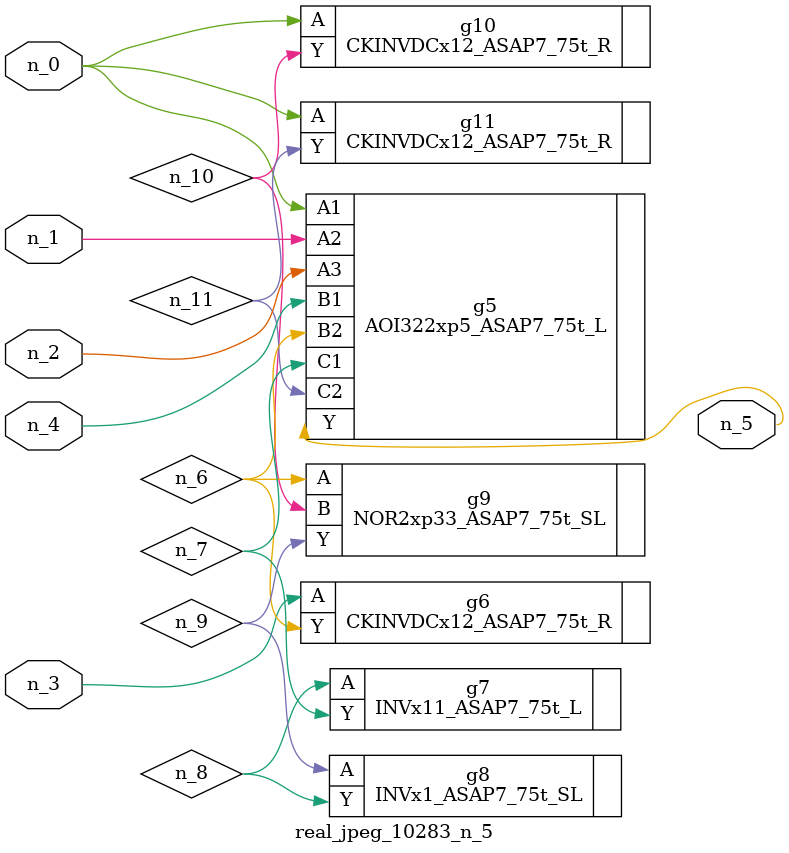
<source format=v>
module real_jpeg_10283_n_5 (n_4, n_0, n_1, n_2, n_3, n_5);

input n_4;
input n_0;
input n_1;
input n_2;
input n_3;

output n_5;

wire n_8;
wire n_11;
wire n_6;
wire n_7;
wire n_10;
wire n_9;

AOI322xp5_ASAP7_75t_L g5 ( 
.A1(n_0),
.A2(n_1),
.A3(n_2),
.B1(n_4),
.B2(n_6),
.C1(n_7),
.C2(n_11),
.Y(n_5)
);

CKINVDCx12_ASAP7_75t_R g10 ( 
.A(n_0),
.Y(n_10)
);

CKINVDCx12_ASAP7_75t_R g11 ( 
.A(n_0),
.Y(n_11)
);

CKINVDCx12_ASAP7_75t_R g6 ( 
.A(n_3),
.Y(n_6)
);

NOR2xp33_ASAP7_75t_SL g9 ( 
.A(n_6),
.B(n_10),
.Y(n_9)
);

INVx11_ASAP7_75t_L g7 ( 
.A(n_8),
.Y(n_7)
);

INVx1_ASAP7_75t_SL g8 ( 
.A(n_9),
.Y(n_8)
);


endmodule
</source>
